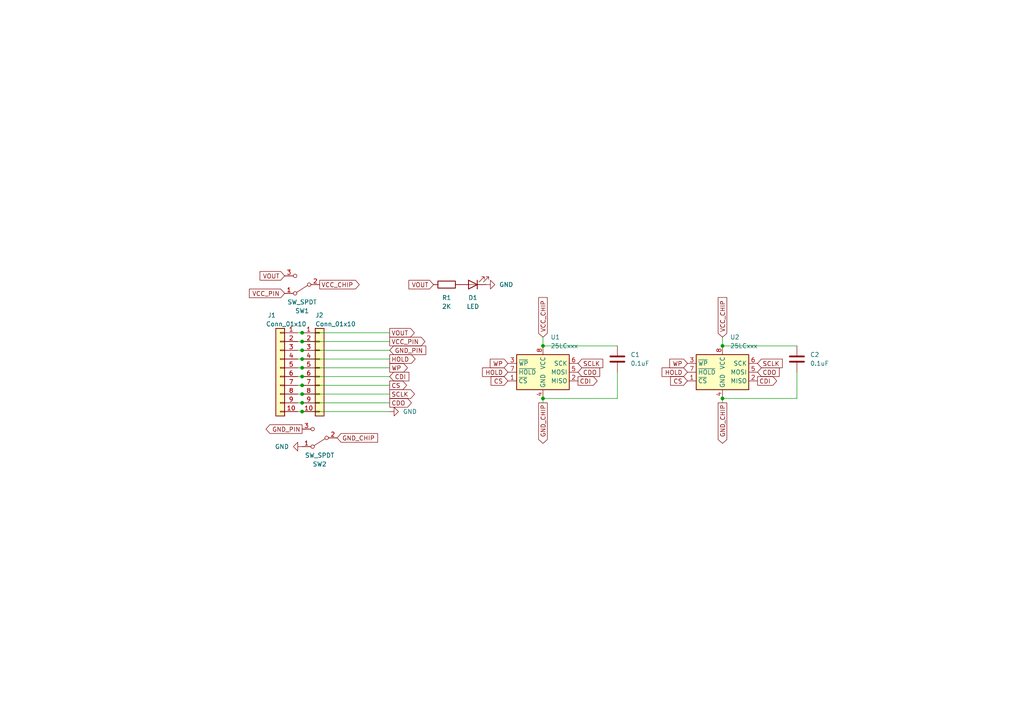
<source format=kicad_sch>
(kicad_sch (version 20230121) (generator eeschema)
  (paper "A4")
  (lib_symbols
    (symbol "Connector_Generic:Conn_01x10" (pin_names (offset 1.016) hide)
      (property "Reference" "J" (at 0 12.7 0))
      (property "Value" "Conn_01x10" (at 0 -15.24 0))
      (symbol "Conn_01x10_1_1"
        (rectangle (start -1.27 -12.573) (end 0 -12.827) (stroke (width 0.1524)))
        (rectangle (start -1.27 -10.033) (end 0 -10.287) (stroke (width 0.1524)))
        (rectangle (start -1.27 -7.493) (end 0 -7.747) (stroke (width 0.1524)))
        (rectangle (start -1.27 -4.953) (end 0 -5.207) (stroke (width 0.1524)))
        (rectangle (start -1.27 -2.413) (end 0 -2.667) (stroke (width 0.1524)))
        (rectangle (start -1.27 0.127) (end 0 -0.127) (stroke (width 0.1524)))
        (rectangle (start -1.27 2.667) (end 0 2.413) (stroke (width 0.1524)))
        (rectangle (start -1.27 5.207) (end 0 4.953) (stroke (width 0.1524)))
        (rectangle (start -1.27 7.747) (end 0 7.493) (stroke (width 0.1524)))
        (rectangle (start -1.27 10.287) (end 0 10.033) (stroke (width 0.1524)))
        (rectangle (start -1.27 11.43) (end 1.27 -13.97) (stroke (width 0.254)) (fill (type background)))
        (pin passive line (at -5.08 10.16 0) (length 3.81) (name "Pin_1") (number "1"))
        (pin passive line (at -5.08 -12.7 0) (length 3.81) (name "Pin_10") (number "10"))
        (pin passive line (at -5.08 7.62 0) (length 3.81) (name "Pin_2") (number "2"))
        (pin passive line (at -5.08 5.08 0) (length 3.81) (name "Pin_3") (number "3"))
        (pin passive line (at -5.08 2.54 0) (length 3.81) (name "Pin_4") (number "4"))
        (pin passive line (at -5.08 0 0) (length 3.81) (name "Pin_5") (number "5"))
        (pin passive line (at -5.08 -2.54 0) (length 3.81) (name "Pin_6") (number "6"))
        (pin passive line (at -5.08 -5.08 0) (length 3.81) (name "Pin_7") (number "7"))
        (pin passive line (at -5.08 -7.62 0) (length 3.81) (name "Pin_8") (number "8"))
        (pin passive line (at -5.08 -10.16 0) (length 3.81) (name "Pin_9") (number "9"))
      )
    )
    (symbol "Device:C" (pin_numbers hide) (pin_names (offset 0.254))
      (property "Reference" "C" (at 0.635 2.54 0))
      (property "Value" "C" (at 0.635 -2.54 0))
      (symbol "C_0_1"
        (polyline (pts (xy -2.032 -0.762) (xy 2.032 -0.762)) (stroke (width 0.508)))
        (polyline (pts (xy -2.032 0.762) (xy 2.032 0.762)) (stroke (width 0.508)))
      )
      (symbol "C_1_1"
        (pin passive line (at 0 3.81 270) (length 2.794) (name "~") (number "1"))
        (pin passive line (at 0 -3.81 90) (length 2.794) (name "~") (number "2"))
      )
    )
    (symbol "Device:LED" (pin_numbers hide) (pin_names (offset 1.016) hide)
      (property "Reference" "D" (at 0 2.54 0))
      (property "Value" "LED" (at 0 -2.54 0))
      (symbol "LED_0_1"
        (polyline (pts (xy -1.27 -1.27) (xy -1.27 1.27)) (stroke (width 0.254)))
        (polyline (pts (xy -1.27 0) (xy 1.27 0)))
        (polyline (pts (xy 1.27 -1.27) (xy 1.27 1.27) (xy -1.27 0) (xy 1.27 -1.27)) (stroke (width 0.254)))
        (polyline (pts (xy -3.048 -0.762) (xy -4.572 -2.286) (xy -3.81 -2.286) (xy -4.572 -2.286) (xy -4.572 -1.524)))
        (polyline (pts (xy -1.778 -0.762) (xy -3.302 -2.286) (xy -2.54 -2.286) (xy -3.302 -2.286) (xy -3.302 -1.524)))
      )
      (symbol "LED_1_1"
        (pin passive line (at -3.81 0 0) (length 2.54) (name "K") (number "1"))
        (pin passive line (at 3.81 0 180) (length 2.54) (name "A") (number "2"))
      )
    )
    (symbol "Device:R" (pin_numbers hide) (pin_names (offset 0))
      (property "Reference" "R" (at 2.032 0 90))
      (property "Value" "R" (at 0 0 90))
      (symbol "R_0_1"
        (rectangle (start -1.016 -2.54) (end 1.016 2.54) (stroke (width 0.254)))
      )
      (symbol "R_1_1"
        (pin passive line (at 0 3.81 270) (length 1.27) (name "~") (number "1"))
        (pin passive line (at 0 -3.81 90) (length 1.27) (name "~") (number "2"))
      )
    )
    (symbol "Memory_EEPROM:25LCxxx"
      (property "Reference" "U" (at -7.62 6.35 0))
      (property "Value" "25LCxxx" (at 2.54 -6.35 0))
      (symbol "25LCxxx_1_1"
        (rectangle (start -7.62 5.08) (end 7.62 -5.08) (stroke (width 0.254)) (fill (type background)))
        (pin input line (at -10.16 -2.54 0) (length 2.54) (name "~{CS}") (number "1"))
        (pin tri_state line (at 10.16 -2.54 180) (length 2.54) (name "MISO") (number "2"))
        (pin input line (at -10.16 2.54 0) (length 2.54) (name "~{WP}") (number "3"))
        (pin power_in line (at 0 -7.62 90) (length 2.54) (name "GND") (number "4"))
        (pin input line (at 10.16 0 180) (length 2.54) (name "MOSI") (number "5"))
        (pin input line (at 10.16 2.54 180) (length 2.54) (name "SCK") (number "6"))
        (pin input line (at -10.16 0 0) (length 2.54) (name "~{HOLD}") (number "7"))
        (pin power_in line (at 0 7.62 270) (length 2.54) (name "VCC") (number "8"))
      )
    )
    (symbol "Switch:SW_SPDT" (pin_names (offset 0) hide)
      (property "Reference" "SW" (at 0 4.318 0))
      (property "Value" "SW_SPDT" (at 0 -5.08 0))
      (symbol "SW_SPDT_0_0"
        (circle (center -2.032 0) (radius 0.508))
        (circle (center 2.032 -2.54) (radius 0.508))
      )
      (symbol "SW_SPDT_0_1"
        (polyline (pts (xy -1.524 0.254) (xy 1.651 2.286)))
        (circle (center 2.032 2.54) (radius 0.508))
      )
      (symbol "SW_SPDT_1_1"
        (pin passive line (at 5.08 2.54 180) (length 2.54) (name "A") (number "1"))
        (pin passive line (at -5.08 0 0) (length 2.54) (name "B") (number "2"))
        (pin passive line (at 5.08 -2.54 180) (length 2.54) (name "C") (number "3"))
      )
    )
    (symbol "power:GND" (power) (pin_names (offset 0))
      (property "Value" "GND" (at 0 -3.81 0))
      (symbol "GND_0_1"
        (polyline (pts (xy 0 0) (xy 0 -1.27) (xy 1.27 -1.27) (xy 0 -2.54) (xy -1.27 -1.27) (xy 0 -1.27)))
      )
      (symbol "GND_1_1"
        (pin power_in line (at 0 0 270) (length 0) hide (name "GND") (number "1"))
      )
    )
  )
  (junction (at 87.63 104.14))
  (junction (at 87.63 96.52))
  (junction (at 87.63 114.3))
  (junction (at 209.55 115.57))
  (junction (at 87.63 99.06))
  (junction (at 87.63 116.84))
  (junction (at 87.63 109.22))
  (junction (at 87.63 101.6))
  (junction (at 87.63 111.76))
  (junction (at 157.48 100.33))
  (junction (at 87.63 106.68))
  (junction (at 87.63 119.38))
  (junction (at 157.48 115.57))
  (junction (at 209.55 100.33))
  (wire (pts (xy 113.03 109.22) (xy 87.63 109.22)))
  (wire (pts (xy 157.48 115.57) (xy 179.07 115.57)))
  (wire (pts (xy 113.03 101.6) (xy 87.63 101.6)))
  (wire (pts (xy 87.63 116.84) (xy 86.36 116.84)))
  (wire (pts (xy 87.63 119.38) (xy 86.36 119.38)))
  (wire (pts (xy 113.03 96.52) (xy 87.63 96.52)))
  (wire (pts (xy 87.63 96.52) (xy 86.36 96.52)))
  (wire (pts (xy 113.03 99.06) (xy 87.63 99.06)))
  (wire (pts (xy 87.63 106.68) (xy 86.36 106.68)))
  (wire (pts (xy 113.03 111.76) (xy 87.63 111.76)))
  (wire (pts (xy 113.03 119.38) (xy 87.63 119.38)))
  (wire (pts (xy 87.63 104.14) (xy 86.36 104.14)))
  (wire (pts (xy 209.55 115.57) (xy 209.55 116.84)))
  (wire (pts (xy 87.63 109.22) (xy 86.36 109.22)))
  (wire (pts (xy 157.48 97.79) (xy 157.48 100.33)))
  (wire (pts (xy 87.63 101.6) (xy 86.36 101.6)))
  (wire (pts (xy 113.03 114.3) (xy 87.63 114.3)))
  (wire (pts (xy 231.14 107.95) (xy 231.14 115.57)))
  (wire (pts (xy 179.07 107.95) (xy 179.07 115.57)))
  (wire (pts (xy 209.55 100.33) (xy 231.14 100.33)))
  (wire (pts (xy 87.63 99.06) (xy 86.36 99.06)))
  (wire (pts (xy 209.55 115.57) (xy 231.14 115.57)))
  (wire (pts (xy 157.48 115.57) (xy 157.48 116.84)))
  (wire (pts (xy 87.63 111.76) (xy 86.36 111.76)))
  (wire (pts (xy 157.48 100.33) (xy 179.07 100.33)))
  (wire (pts (xy 113.03 104.14) (xy 87.63 104.14)))
  (wire (pts (xy 87.63 114.3) (xy 86.36 114.3)))
  (wire (pts (xy 209.55 97.79) (xy 209.55 100.33)))
  (wire (pts (xy 113.03 116.84) (xy 87.63 116.84)))
  (wire (pts (xy 113.03 106.68) (xy 87.63 106.68)))
  (global_label "CDI" (shape input) (at 113.03 109.22 0) (property "Intersheetrefs" "${INTERSHEET_REFS}" (effects hide)))
  (global_label "VCC_CHIP" (shape input) (at 209.55 97.79 90) (property "Intersheetrefs" "${INTERSHEET_REFS}" (effects hide)))
  (global_label "HOLD" (shape input) (at 199.39 107.95 180) (property "Intersheetrefs" "${INTERSHEET_REFS}" (effects hide)))
  (global_label "CDI" (shape output) (at 219.71 110.49 0) (property "Intersheetrefs" "${INTERSHEET_REFS}" (effects hide)))
  (global_label "GND_CHIP" (shape output) (at 209.55 116.84 270) (property "Intersheetrefs" "${INTERSHEET_REFS}" (effects hide)))
  (global_label "CDO" (shape output) (at 113.03 116.84 0) (property "Intersheetrefs" "${INTERSHEET_REFS}" (effects hide)))
  (global_label "GND_PIN" (shape input) (at 113.03 101.6 0) (property "Intersheetrefs" "${INTERSHEET_REFS}" (effects hide)))
  (global_label "HOLD" (shape input) (at 147.32 107.95 180) (property "Intersheetrefs" "${INTERSHEET_REFS}" (effects hide)))
  (global_label "SCLK" (shape input) (at 219.71 105.41 0) (property "Intersheetrefs" "${INTERSHEET_REFS}" (effects hide)))
  (global_label "CDO" (shape input) (at 167.64 107.95 0) (property "Intersheetrefs" "${INTERSHEET_REFS}" (effects hide)))
  (global_label "CS" (shape output) (at 113.03 111.76 0) (property "Intersheetrefs" "${INTERSHEET_REFS}" (effects hide)))
  (global_label "HOLD" (shape output) (at 113.03 104.14 0) (property "Intersheetrefs" "${INTERSHEET_REFS}" (effects hide)))
  (global_label "VCC_CHIP" (shape output) (at 92.71 82.55 0) (property "Intersheetrefs" "${INTERSHEET_REFS}" (effects hide)))
  (global_label "CS" (shape input) (at 147.32 110.49 180) (property "Intersheetrefs" "${INTERSHEET_REFS}" (effects hide)))
  (global_label "VOUT" (shape input) (at 82.55 80.01 180) (property "Intersheetrefs" "${INTERSHEET_REFS}" (effects hide)))
  (global_label "GND_PIN" (shape output) (at 87.63 124.46 180) (property "Intersheetrefs" "${INTERSHEET_REFS}" (effects hide)))
  (global_label "GND_CHIP" (shape output) (at 157.48 116.84 270) (property "Intersheetrefs" "${INTERSHEET_REFS}" (effects hide)))
  (global_label "CS" (shape input) (at 199.39 110.49 180) (property "Intersheetrefs" "${INTERSHEET_REFS}" (effects hide)))
  (global_label "WP" (shape input) (at 199.39 105.41 180) (property "Intersheetrefs" "${INTERSHEET_REFS}" (effects hide)))
  (global_label "VCC_PIN" (shape output) (at 113.03 99.06 0) (property "Intersheetrefs" "${INTERSHEET_REFS}" (effects hide)))
  (global_label "WP" (shape input) (at 147.32 105.41 180) (property "Intersheetrefs" "${INTERSHEET_REFS}" (effects hide)))
  (global_label "VCC_PIN" (shape input) (at 82.55 85.09 180) (property "Intersheetrefs" "${INTERSHEET_REFS}" (effects hide)))
  (global_label "SCLK" (shape input) (at 167.64 105.41 0) (property "Intersheetrefs" "${INTERSHEET_REFS}" (effects hide)))
  (global_label "CDO" (shape input) (at 219.71 107.95 0) (property "Intersheetrefs" "${INTERSHEET_REFS}" (effects hide)))
  (global_label "WP" (shape output) (at 113.03 106.68 0) (property "Intersheetrefs" "${INTERSHEET_REFS}" (effects hide)))
  (global_label "SCLK" (shape output) (at 113.03 114.3 0) (property "Intersheetrefs" "${INTERSHEET_REFS}" (effects hide)))
  (global_label "CDI" (shape output) (at 167.64 110.49 0) (property "Intersheetrefs" "${INTERSHEET_REFS}" (effects hide)))
  (global_label "VCC_CHIP" (shape input) (at 157.48 97.79 90) (property "Intersheetrefs" "${INTERSHEET_REFS}" (effects hide)))
  (global_label "VOUT" (shape input) (at 125.73 82.55 180) (property "Intersheetrefs" "${INTERSHEET_REFS}" (effects hide)))
  (global_label "VOUT" (shape output) (at 113.03 96.52 0) (property "Intersheetrefs" "${INTERSHEET_REFS}" (effects hide)))
  (global_label "GND_CHIP" (shape input) (at 97.79 127 0) (property "Intersheetrefs" "${INTERSHEET_REFS}" (effects hide)))
  (symbol (lib_id "Switch:SW_SPDT") (at 87.63 82.55 180) (unit 1)
    (property "Reference" "SW1" (at 87.63 90.17 0))
    (property "Value" "SW_SPDT" (at 87.63 87.63 0))
    (property "Footprint" "Button_Switch_SMD:SW_SPDT_PCM12" (effects hide))
  )
  (symbol (lib_id "Switch:SW_SPDT") (at 92.71 127 180) (unit 1)
    (property "Reference" "SW2" (at 92.71 134.62 0))
    (property "Value" "SW_SPDT" (at 92.71 132.08 0))
    (property "Footprint" "Button_Switch_SMD:SW_SPDT_PCM12" (effects hide))
  )
  (symbol (lib_id "Memory_EEPROM:25LCxxx") (at 209.55 107.95 0) (unit 1)
    (property "Reference" "U2" (at 211.7441 97.79 0) (effects (justify left)))
    (property "Value" "25LCxxx" (at 211.7441 100.33 0) (effects (justify left)))
    (property "Footprint" "TEST_SOCKETS:ACA-SPI-004-K01" (effects hide))
    (property "Datasheet" "http://ww1.microchip.com/downloads/en/DeviceDoc/21832H.pdf" (effects hide))
  )
  (symbol (lib_id "Device:LED") (at 137.16 82.55 180) (unit 1)
    (property "Reference" "D1" (at 137.16 86.36 0))
    (property "Value" "LED" (at 137.16 88.9 0))
    (property "Footprint" "LED_SMD:LED_0805_2012Metric" (effects hide))
  )
  (symbol (lib_id "Device:C") (at 179.07 104.14 0) (unit 1)
    (property "Reference" "C1" (at 182.88 102.87 0) (effects (justify left)))
    (property "Value" "0.1uF" (at 182.88 105.41 0) (effects (justify left)))
    (property "Footprint" "Capacitor_SMD:C_0805_2012Metric" (effects hide))
  )
  (symbol (lib_id "Device:C") (at 231.14 104.14 0) (unit 1)
    (property "Reference" "C2" (at 234.95 102.87 0) (effects (justify left)))
    (property "Value" "0.1uF" (at 234.95 105.41 0) (effects (justify left)))
    (property "Footprint" "Capacitor_SMD:C_0805_2012Metric" (effects hide))
  )
  (symbol (lib_id "Memory_EEPROM:25LCxxx") (at 157.48 107.95 0) (unit 1)
    (property "Reference" "U1" (at 159.6741 97.79 0) (effects (justify left)))
    (property "Value" "25LCxxx" (at 159.6741 100.33 0) (effects (justify left)))
    (property "Footprint" "TEST_SOCKETS:ASPI0001-P001A" (effects hide))
    (property "Datasheet" "http://ww1.microchip.com/downloads/en/DeviceDoc/21832H.pdf" (effects hide))
  )
  (symbol (lib_id "Device:R") (at 129.54 82.55 90) (unit 1)
    (property "Reference" "R1" (at 129.54 86.36 90))
    (property "Value" "2K" (at 129.54 88.9 90))
    (property "Footprint" "Resistor_SMD:R_0805_2012Metric" (effects hide))
  )
  (symbol (lib_id "Connector_Generic:Conn_01x10") (at 92.71 106.68 0) (unit 1)
    (property "Reference" "J2" (at 91.44 91.44 0) (effects (justify left)))
    (property "Value" "Conn_01x10" (at 91.44 93.98 0) (effects (justify left)))
    (property "Footprint" "Connector_PinHeader_2.54mm:PinHeader_1x10_P2.54mm_Vertical" (effects hide))
  )
  (symbol (lib_id "power:GND") (at 87.63 129.54 270) (unit 1)
    (property "Reference" "#PWR03" (effects hide))
    (property "Value" "GND" (at 83.82 129.54 90) (effects (justify right)))
  )
  (symbol (lib_id "power:GND") (at 140.97 82.55 90) (unit 1)
    (property "Reference" "#PWR02" (effects hide))
    (property "Value" "GND" (at 144.78 82.55 90) (effects (justify right)))
  )
  (symbol (lib_id "power:GND") (at 113.03 119.38 90) (unit 1)
    (property "Reference" "#PWR01" (effects hide))
    (property "Value" "GND" (at 116.84 119.38 90) (effects (justify right)))
  )
  (symbol (lib_id "Connector_Generic:Conn_01x10") (at 81.28 106.68 0) (mirror y) (unit 1)
    (property "Reference" "J1" (at 80.01 91.44 0) (effects (justify left)))
    (property "Value" "Conn_01x10" (at 88.9 93.98 0) (effects (justify left)))
    (property "Footprint" "Connector_PinSocket_2.54mm:PinSocket_1x10_P2.54mm_Horizontal" (effects hide))
  )
)
</source>
